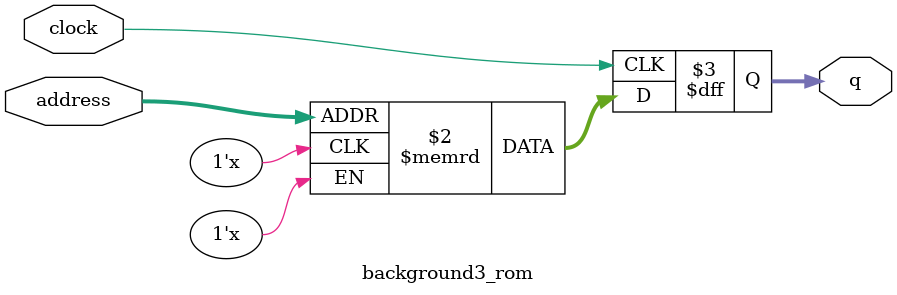
<source format=sv>
module background3_rom (
	input logic clock,
	input logic [16:0] address,
	output logic [3:0] q
);

logic [3:0] memory [0:89999] /* synthesis ram_init_file = "./background3/background3.mif" */;

always_ff @ (posedge clock) begin
	q <= memory[address];
end

endmodule

</source>
